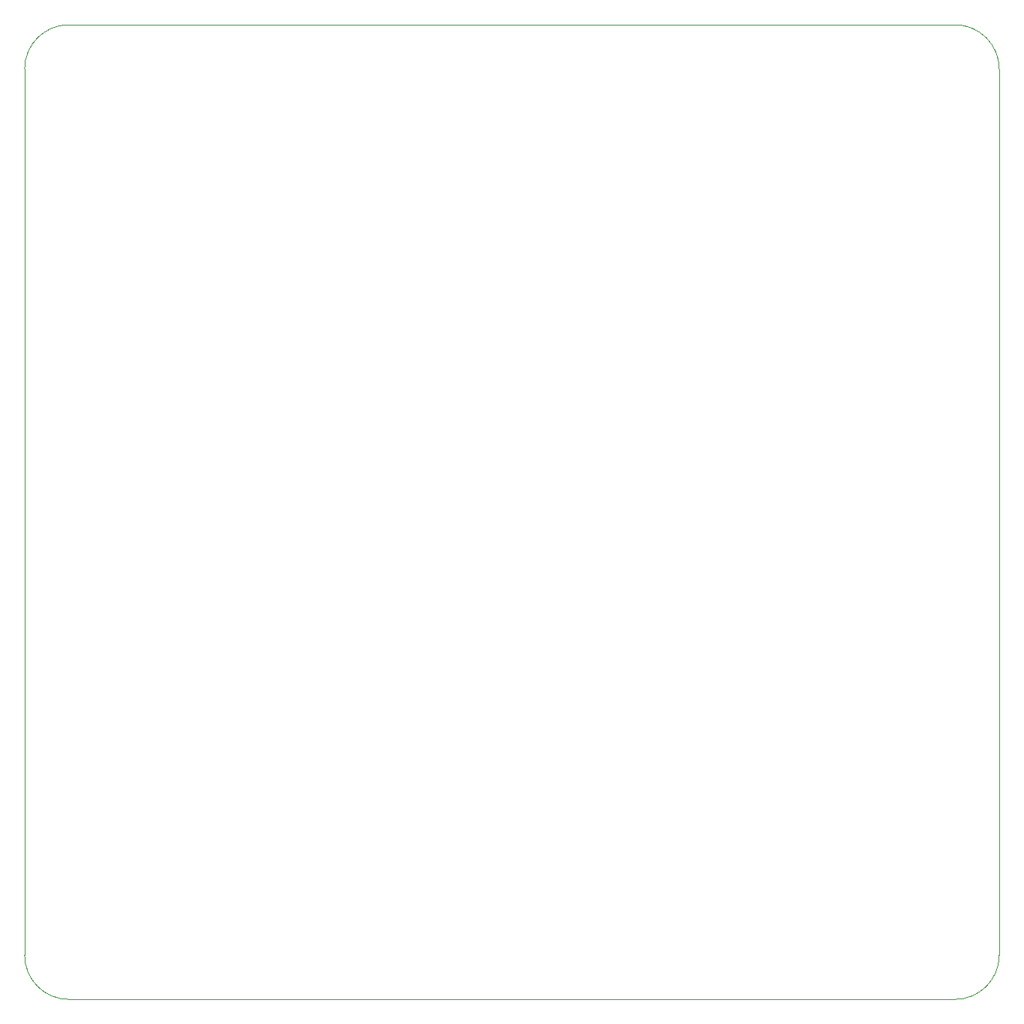
<source format=gbr>
%TF.GenerationSoftware,KiCad,Pcbnew,(5.1.10)-1*%
%TF.CreationDate,2021-09-12T14:26:05+02:00*%
%TF.ProjectId,LED_Cube_5X5X5_PCB2,4c45445f-4375-4626-955f-35583558355f,rev?*%
%TF.SameCoordinates,Original*%
%TF.FileFunction,Profile,NP*%
%FSLAX46Y46*%
G04 Gerber Fmt 4.6, Leading zero omitted, Abs format (unit mm)*
G04 Created by KiCad (PCBNEW (5.1.10)-1) date 2021-09-12 14:26:05*
%MOMM*%
%LPD*%
G01*
G04 APERTURE LIST*
%TA.AperFunction,Profile*%
%ADD10C,0.050000*%
%TD*%
G04 APERTURE END LIST*
D10*
X94250000Y-43000000D02*
X94250000Y-143000000D01*
X199250000Y-38000000D02*
X99250000Y-38000000D01*
X204250000Y-143000000D02*
X204250000Y-43000000D01*
X99250000Y-148000000D02*
X199250000Y-148000000D01*
X99250000Y-148000000D02*
G75*
G02*
X94250000Y-143000000I0J5000000D01*
G01*
X204250000Y-143000000D02*
G75*
G02*
X199250000Y-148000000I-5000000J0D01*
G01*
X199250000Y-38000000D02*
G75*
G02*
X204250000Y-43000000I0J-5000000D01*
G01*
X94250000Y-43000000D02*
G75*
G02*
X99250000Y-38000000I5000000J0D01*
G01*
M02*

</source>
